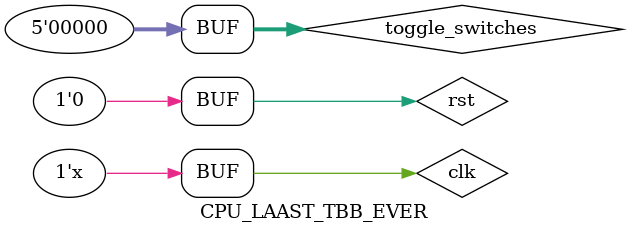
<source format=v>
`timescale 1ns / 1ps


module CPU_LAAST_TBB_EVER;

	// Inputs
	reg clk;
	reg rst;
	reg [4:0] toggle_switches;

	// Outputs
	wire [3:0] enabler_segment;
	wire [6:0] sevent;

	// Instantiate the Unit Under Test (UUT)
	DataPath uut (
		.clk(clk), 
		.rst(rst), 
		.toggle_switches(toggle_switches), 
		.enabler_segment(enabler_segment), 
		.sevent(sevent)
	);
always#5 clk=~clk;
	initial begin
		// Initialize Inputs
		clk = 0;
		rst =1;
		toggle_switches = 0;

		// Wait 100 ns for global reset to finish
		#10;
		rst = 0;
        
		// Add stimulus here

	end
      
endmodule


</source>
